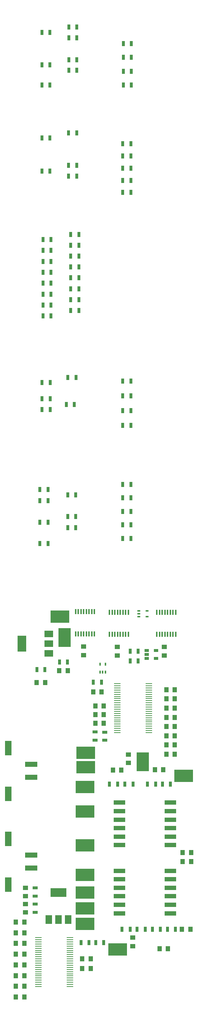
<source format=gtp>
G04 #@! TF.GenerationSoftware,KiCad,Pcbnew,5.1.5-52549c5~84~ubuntu18.04.1*
G04 #@! TF.CreationDate,2020-02-28T12:30:24-05:00*
G04 #@! TF.ProjectId,BMS_peripheral_v2,424d535f-7065-4726-9970-686572616c5f,rev?*
G04 #@! TF.SameCoordinates,Original*
G04 #@! TF.FileFunction,Paste,Top*
G04 #@! TF.FilePolarity,Positive*
%FSLAX46Y46*%
G04 Gerber Fmt 4.6, Leading zero omitted, Abs format (unit mm)*
G04 Created by KiCad (PCBNEW 5.1.5-52549c5~84~ubuntu18.04.1) date 2020-02-28 12:30:24*
%MOMM*%
%LPD*%
G04 APERTURE LIST*
%ADD10R,1.000000X1.250000*%
%ADD11R,1.650000X3.430000*%
%ADD12R,2.920000X1.270000*%
%ADD13R,1.500000X2.000000*%
%ADD14R,3.800000X2.000000*%
%ADD15R,1.060000X0.650000*%
%ADD16R,0.700000X1.300000*%
%ADD17R,0.400000X1.200000*%
%ADD18R,1.250000X1.000000*%
%ADD19R,2.000000X1.500000*%
%ADD20R,2.000000X3.800000*%
%ADD21R,1.300000X0.700000*%
%ADD22R,1.500000X0.250000*%
%ADD23R,0.650000X0.400000*%
%ADD24R,0.400000X0.650000*%
%ADD25R,2.700000X1.000000*%
%ADD26R,4.500000X3.000000*%
%ADD27R,3.000000X4.500000*%
G04 APERTURE END LIST*
D10*
X205095600Y-323138800D03*
X207095600Y-323138800D03*
D11*
X180404000Y-317962000D03*
X180404000Y-328722000D03*
D12*
X185864000Y-321842000D03*
X185864000Y-324842000D03*
D13*
X189978000Y-358292800D03*
X194578000Y-358292800D03*
X192278000Y-358292800D03*
D14*
X192278000Y-351992800D03*
D15*
X215298200Y-295061600D03*
X215298200Y-296961600D03*
X213098200Y-296961600D03*
X213098200Y-296011600D03*
X213098200Y-295061600D03*
D16*
X194508080Y-230858060D03*
X196408080Y-230858060D03*
X188376520Y-232064560D03*
X190276520Y-232064560D03*
X194645240Y-181030880D03*
X196545240Y-181030880D03*
X188363820Y-182338980D03*
X190263820Y-182338980D03*
X194645240Y-183545480D03*
X196545240Y-183545480D03*
X188376520Y-235882180D03*
X190276520Y-235882180D03*
X194122000Y-237190280D03*
X196022000Y-237190280D03*
X188376520Y-238447580D03*
X190276520Y-238447580D03*
D17*
X200736200Y-291144000D03*
X200101200Y-291144000D03*
X199466200Y-291144000D03*
X198831200Y-291144000D03*
X198196200Y-291144000D03*
X197561200Y-291144000D03*
X196926200Y-291144000D03*
X196291200Y-291144000D03*
X196291200Y-285944000D03*
X196926200Y-285944000D03*
X197561200Y-285944000D03*
X198196200Y-285944000D03*
X198831200Y-285944000D03*
X199466200Y-285944000D03*
X200101200Y-285944000D03*
X200736200Y-285944000D03*
D18*
X198221600Y-296148000D03*
X198221600Y-294148000D03*
D10*
X219720480Y-319438000D03*
X217720480Y-319438000D03*
X217720480Y-317271592D03*
X219720480Y-317271592D03*
X219720480Y-315105190D03*
X217720480Y-315105190D03*
X217720480Y-312938788D03*
X219720480Y-312938788D03*
X219720480Y-310772386D03*
X217720480Y-310772386D03*
X217720480Y-308605984D03*
X219720480Y-308605984D03*
X219720480Y-306439582D03*
X217720480Y-306439582D03*
X217720480Y-304273180D03*
X219720480Y-304273180D03*
X182200000Y-358900000D03*
X184200000Y-358900000D03*
X184200000Y-361414285D03*
X182200000Y-361414285D03*
X182200000Y-363928570D03*
X184200000Y-363928570D03*
X184200000Y-366442855D03*
X182200000Y-366442855D03*
X182200000Y-368957140D03*
X184200000Y-368957140D03*
X184200000Y-371471425D03*
X182200000Y-371471425D03*
X182200000Y-373985710D03*
X184200000Y-373985710D03*
X184200000Y-376500000D03*
X182200000Y-376500000D03*
X192471800Y-299821600D03*
X194471800Y-299821600D03*
D18*
X184454000Y-354624800D03*
X184454000Y-356624800D03*
D10*
X200971400Y-308102000D03*
X202971400Y-308102000D03*
X200955400Y-310134000D03*
X202955400Y-310134000D03*
X199866000Y-369824000D03*
X197866000Y-369824000D03*
X200955400Y-312166000D03*
X202955400Y-312166000D03*
X199882000Y-367538000D03*
X197882000Y-367538000D03*
X189137800Y-302615600D03*
X187137800Y-302615600D03*
D18*
X184454000Y-352814800D03*
X184454000Y-350814800D03*
D10*
X217027000Y-323113400D03*
X215027000Y-323113400D03*
X216100600Y-365132200D03*
X218100600Y-365132200D03*
D18*
X209796800Y-364575600D03*
X209796800Y-362575600D03*
D10*
X223580200Y-342569800D03*
X221580200Y-342569800D03*
D18*
X208737200Y-319497200D03*
X208737200Y-321497200D03*
D10*
X223418600Y-360560200D03*
X221418600Y-360560200D03*
X223580200Y-344652600D03*
X221580200Y-344652600D03*
D18*
X217246200Y-296249600D03*
X217246200Y-294249600D03*
X206159100Y-296249600D03*
X206159100Y-294249600D03*
D10*
X200447400Y-304800000D03*
X202447400Y-304800000D03*
D19*
X189942000Y-295771600D03*
X189942000Y-291171600D03*
X189942000Y-293471600D03*
D20*
X183642000Y-293471600D03*
D16*
X195158320Y-197271640D03*
X197058320Y-197271640D03*
X188625440Y-198462900D03*
X190525440Y-198462900D03*
X195158320Y-199820348D03*
X197058320Y-199820348D03*
X188625440Y-201027211D03*
X190525440Y-201027211D03*
X195158320Y-202369056D03*
X197058320Y-202369056D03*
X188625440Y-203591522D03*
X190525440Y-203591522D03*
X195158320Y-204917764D03*
X197058320Y-204917764D03*
X188625440Y-206155833D03*
X190525440Y-206155833D03*
X195158320Y-207466472D03*
X197058320Y-207466472D03*
X188625440Y-208720144D03*
X190525440Y-208720144D03*
X195158320Y-210015180D03*
X197058320Y-210015180D03*
X188625440Y-211284455D03*
X190525440Y-211284455D03*
X195158320Y-212563888D03*
X197058320Y-212563888D03*
X188625440Y-213848766D03*
X190525440Y-213848766D03*
X195158320Y-215112600D03*
X197058320Y-215112600D03*
X188625440Y-216413080D03*
X190525440Y-216413080D03*
X209450000Y-152400000D03*
X207550000Y-152400000D03*
X209350000Y-256000000D03*
X207450000Y-256000000D03*
X209450000Y-155650000D03*
X207550000Y-155650000D03*
X209350000Y-259175000D03*
X207450000Y-259175000D03*
X209450000Y-158900000D03*
X207550000Y-158900000D03*
X209350000Y-262350000D03*
X207450000Y-262350000D03*
X209450000Y-162150000D03*
X207550000Y-162150000D03*
X209350000Y-265525000D03*
X207450000Y-265525000D03*
X209350000Y-175950000D03*
X207450000Y-175950000D03*
X209350000Y-178812500D03*
X207450000Y-178812500D03*
X209350000Y-268700000D03*
X207450000Y-268700000D03*
X209350000Y-181675000D03*
X207450000Y-181675000D03*
X209350000Y-231700000D03*
X207450000Y-231700000D03*
X209350000Y-184537500D03*
X207450000Y-184537500D03*
X209350000Y-235183333D03*
X207450000Y-235183333D03*
X209350000Y-187400000D03*
X207450000Y-187400000D03*
X209350000Y-238666666D03*
X207450000Y-238666666D03*
X209350000Y-242150000D03*
X207450000Y-242150000D03*
X194421800Y-297789600D03*
X192521800Y-297789600D03*
D21*
X186740000Y-356574800D03*
X186740000Y-354674800D03*
X203225400Y-314264000D03*
X203225400Y-316164000D03*
D16*
X202930800Y-363702600D03*
X201030800Y-363702600D03*
X209184200Y-295249600D03*
X211084200Y-295249600D03*
D21*
X200939400Y-314198000D03*
X200939400Y-316098000D03*
D16*
X197601800Y-363702600D03*
X199501800Y-363702600D03*
X209184200Y-297535600D03*
X211084200Y-297535600D03*
X187187800Y-299567600D03*
X189087800Y-299567600D03*
D21*
X186740000Y-350864800D03*
X186740000Y-352764800D03*
D16*
X194723980Y-148516340D03*
X196623980Y-148516340D03*
X194723980Y-158694120D03*
X196623980Y-158694120D03*
X188358740Y-149773640D03*
X190258740Y-149773640D03*
X194447080Y-263565640D03*
X196347080Y-263565640D03*
X194723980Y-151071580D03*
X196623980Y-151071580D03*
X187893920Y-264891520D03*
X189793920Y-264891520D03*
X187893920Y-257248660D03*
X189793920Y-257248660D03*
X194447080Y-266146280D03*
X196347080Y-266146280D03*
X215184400Y-326492800D03*
X213284400Y-326492800D03*
X218715000Y-326467400D03*
X216815000Y-326467400D03*
X206218200Y-326467400D03*
X204318200Y-326467400D03*
X209840200Y-326467400D03*
X207940200Y-326467400D03*
X216325800Y-360571200D03*
X214425800Y-360571200D03*
X219881800Y-360571200D03*
X217981800Y-360571200D03*
X209163000Y-360622000D03*
X207263000Y-360622000D03*
X212719000Y-360622000D03*
X210819000Y-360622000D03*
X194447080Y-258470400D03*
X196347080Y-258470400D03*
X188358740Y-162168840D03*
X190258740Y-162168840D03*
X187893920Y-259829300D03*
X189793920Y-259829300D03*
X194645240Y-173393100D03*
X196545240Y-173393100D03*
X194723980Y-156179520D03*
X196623980Y-156179520D03*
X188363820Y-174597060D03*
X190263820Y-174597060D03*
X188358740Y-157396180D03*
X190258740Y-157396180D03*
X187893920Y-269915640D03*
X189793920Y-269915640D03*
X200497400Y-302514000D03*
X202397400Y-302514000D03*
D22*
X206114400Y-314360000D03*
X206114400Y-313860000D03*
X206114400Y-313360000D03*
X206114400Y-312860000D03*
X206114400Y-312360000D03*
X206114400Y-311860000D03*
X206114400Y-311360000D03*
X206114400Y-310860000D03*
X206114400Y-310360000D03*
X206114400Y-309860000D03*
X206114400Y-309360000D03*
X206114400Y-308860000D03*
X206114400Y-308360000D03*
X206114400Y-307860000D03*
X206114400Y-307360000D03*
X206114400Y-306860000D03*
X206114400Y-306360000D03*
X206114400Y-305860000D03*
X206114400Y-305360000D03*
X206114400Y-304860000D03*
X206114400Y-304360000D03*
X206114400Y-303860000D03*
X206114400Y-303360000D03*
X213579400Y-302860000D03*
X213579400Y-303360000D03*
X213579400Y-303860000D03*
X213579400Y-304360000D03*
X213579400Y-304860000D03*
X213579400Y-305360000D03*
X213579400Y-305860000D03*
X213579400Y-306360000D03*
X213579400Y-306860000D03*
X213579400Y-307360000D03*
X213579400Y-307860000D03*
X213579400Y-308360000D03*
X213579400Y-308860000D03*
X213579400Y-309360000D03*
X213579400Y-309860000D03*
X213579400Y-310360000D03*
X213579400Y-310860000D03*
X213579400Y-311360000D03*
X213579400Y-311860000D03*
X213579400Y-312360000D03*
X213579400Y-312860000D03*
X213579400Y-313360000D03*
X213579400Y-313860000D03*
X213579400Y-314360000D03*
X206114400Y-302860000D03*
X194977000Y-362550000D03*
X194977000Y-363050000D03*
X194977000Y-363550000D03*
X194977000Y-364050000D03*
X194977000Y-364550000D03*
X194977000Y-365050000D03*
X194977000Y-365550000D03*
X194977000Y-366050000D03*
X194977000Y-366550000D03*
X194977000Y-367050000D03*
X194977000Y-367550000D03*
X194977000Y-368050000D03*
X194977000Y-368550000D03*
X194977000Y-369050000D03*
X194977000Y-369550000D03*
X194977000Y-370050000D03*
X194977000Y-370550000D03*
X194977000Y-371050000D03*
X194977000Y-371550000D03*
X194977000Y-372050000D03*
X194977000Y-372550000D03*
X194977000Y-373050000D03*
X194977000Y-373550000D03*
X187512000Y-374050000D03*
X187512000Y-373550000D03*
X187512000Y-373050000D03*
X187512000Y-372550000D03*
X187512000Y-372050000D03*
X187512000Y-371550000D03*
X187512000Y-371050000D03*
X187512000Y-370550000D03*
X187512000Y-370050000D03*
X187512000Y-369550000D03*
X187512000Y-369050000D03*
X187512000Y-368550000D03*
X187512000Y-368050000D03*
X187512000Y-367550000D03*
X187512000Y-367050000D03*
X187512000Y-366550000D03*
X187512000Y-366050000D03*
X187512000Y-365550000D03*
X187512000Y-365050000D03*
X187512000Y-364550000D03*
X187512000Y-364050000D03*
X187512000Y-363550000D03*
X187512000Y-363050000D03*
X187512000Y-362550000D03*
X194977000Y-374050000D03*
D23*
X213167000Y-285760400D03*
X213167000Y-287060400D03*
X211267000Y-286410400D03*
X211267000Y-287060400D03*
X211267000Y-285760400D03*
D17*
X219951300Y-291245600D03*
X219316300Y-291245600D03*
X218681300Y-291245600D03*
X218046300Y-291245600D03*
X217411300Y-291245600D03*
X216776300Y-291245600D03*
X216141300Y-291245600D03*
X215506300Y-291245600D03*
X215506300Y-286045600D03*
X216141300Y-286045600D03*
X216776300Y-286045600D03*
X217411300Y-286045600D03*
X218046300Y-286045600D03*
X218681300Y-286045600D03*
X219316300Y-286045600D03*
X219951300Y-286045600D03*
X208768950Y-291245600D03*
X208133950Y-291245600D03*
X207498950Y-291245600D03*
X206863950Y-291245600D03*
X206228950Y-291245600D03*
X205593950Y-291245600D03*
X204958950Y-291245600D03*
X204323950Y-291245600D03*
X204323950Y-286045600D03*
X204958950Y-286045600D03*
X205593950Y-286045600D03*
X206228950Y-286045600D03*
X206863950Y-286045600D03*
X207498950Y-286045600D03*
X208133950Y-286045600D03*
X208768950Y-286045600D03*
D24*
X202067400Y-298262000D03*
X203367400Y-298262000D03*
X202717400Y-300162000D03*
X203367400Y-300162000D03*
X202067400Y-300162000D03*
D11*
X180404000Y-339298000D03*
X180404000Y-350058000D03*
D12*
X185864000Y-343178000D03*
X185864000Y-346178000D03*
D25*
X218709200Y-330813400D03*
X206639200Y-330813400D03*
X218709200Y-332813400D03*
X206639200Y-332813400D03*
X218709200Y-334813400D03*
X206639200Y-334813400D03*
X218709200Y-336813400D03*
X206639200Y-336813400D03*
X218709200Y-338813400D03*
X206639200Y-338813400D03*
X218709200Y-340813400D03*
X206639200Y-340813400D03*
X218709200Y-346840800D03*
X206639200Y-346840800D03*
X218709200Y-348840800D03*
X206639200Y-348840800D03*
X218709200Y-350840800D03*
X206639200Y-350840800D03*
X218709200Y-352840800D03*
X206639200Y-352840800D03*
X218709200Y-354840800D03*
X206639200Y-354840800D03*
X218709200Y-356840800D03*
X206639200Y-356840800D03*
D26*
X198551800Y-351917000D03*
X192608200Y-287070800D03*
D27*
X193725800Y-291998400D03*
D26*
X198551800Y-355701600D03*
X221843600Y-324510400D03*
X198551800Y-359308400D03*
X206222600Y-365328200D03*
D27*
X212140800Y-321259200D03*
D26*
X198729600Y-322503800D03*
X198729600Y-319074800D03*
X198551800Y-347802200D03*
X198551800Y-340868000D03*
X198551800Y-332917800D03*
X198551800Y-327152000D03*
M02*

</source>
